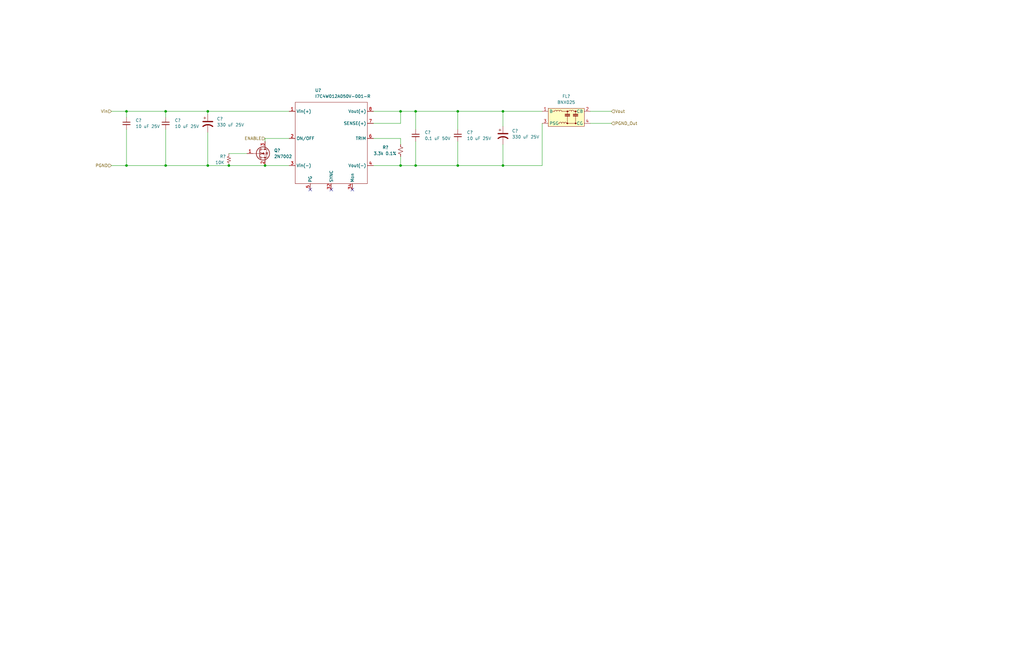
<source format=kicad_sch>
(kicad_sch (version 20211123) (generator eeschema)
  (paper "B")
  (title_block (title "Console-Controller") (date "2022-12-15") (rev "A"))
  (lib_symbols
    (symbol "Device:C_Polarized_US" (pin_numbers hide) (pin_names (offset 0.254) hide)
      (property "Reference" "C" (at 0.635 2.54 0))
      (property "Value" "C_Polarized_US" (at 0.635 -2.54 0))
      (symbol "C_Polarized_US_0_1"
        (polyline (pts (xy -2.032 0.762) (xy 2.032 0.762)) (stroke (width 0.508)))
        (polyline (pts (xy -1.778 2.286) (xy -0.762 2.286)))
        (polyline (pts (xy -1.27 1.778) (xy -1.27 2.794)))
        (arc (start 2.032 -1.27) (mid 0 -0.5572) (end -2.032 -1.27) (stroke (width 0.508)))
      )
      (symbol "C_Polarized_US_1_1"
        (pin passive line (at 0 3.81 270) (length 2.794) (name "~") (number "1"))
        (pin passive line (at 0 -3.81 90) (length 3.302) (name "~") (number "2"))
      )
    )
    (symbol "Device:C_Small" (pin_numbers hide) (pin_names (offset 0.254) hide)
      (property "Reference" "C" (at 0.254 1.778 0))
      (property "Value" "C_Small" (at 0.254 -2.032 0))
      (symbol "C_Small_0_1"
        (polyline (pts (xy -1.524 -0.508) (xy 1.524 -0.508)) (stroke (width 0.3302)))
        (polyline (pts (xy -1.524 0.508) (xy 1.524 0.508)) (stroke (width 0.3048)))
      )
      (symbol "C_Small_1_1"
        (pin passive line (at 0 2.54 270) (length 2.032) (name "~") (number "1"))
        (pin passive line (at 0 -2.54 90) (length 2.032) (name "~") (number "2"))
      )
    )
    (symbol "Device:R_Small_US" (pin_numbers hide) (pin_names (offset 0.254) hide)
      (property "Reference" "R" (at 0.762 0.508 0))
      (property "Value" "R_Small_US" (at 0.762 -1.016 0))
      (symbol "R_Small_US_1_1"
        (polyline (pts (xy 0 0) (xy 1.016 -0.381) (xy 0 -0.762) (xy -1.016 -1.143) (xy 0 -1.524)))
        (polyline (pts (xy 0 1.524) (xy 1.016 1.143) (xy 0 0.762) (xy -1.016 0.381) (xy 0 0)))
        (pin passive line (at 0 2.54 270) (length 1.016) (name "~") (number "1"))
        (pin passive line (at 0 -2.54 90) (length 1.016) (name "~") (number "2"))
      )
    )
    (symbol "Dual-Mag-Camera-Control-rescue:Resistor_small-SPC-Control-rescue-DeathStar-rescue-BUMP-Control-rescue" (pin_numbers hide) (pin_names (offset 0))
      (property "Reference" "R" (at 2.032 0 90))
      (property "Value" "Resistor_small-SPC-Control-rescue-DeathStar-rescue-BUMP-Control-rescue" (at -2.032 0.254 90))
      (symbol "Resistor_small-SPC-Control-rescue-DeathStar-rescue-BUMP-Control-rescue_0_1"
        (polyline (pts (xy 0 1.27) (xy -0.762 1.016) (xy 0.762 0.508) (xy -0.762 0) (xy 0.762 -0.508) (xy -0.762 -1.016) (xy 0 -1.27)))
      )
      (symbol "Resistor_small-SPC-Control-rescue-DeathStar-rescue-BUMP-Control-rescue_1_1"
        (pin passive line (at 0 2.54 270) (length 1.27) (name "~") (number "1"))
        (pin passive line (at 0 -2.54 90) (length 1.27) (name "~") (number "2"))
      )
    )
    (symbol "Filter:BNX025"
      (property "Reference" "FL" (at -6.35 5.08 0))
      (property "Value" "BNX025" (at 7.62 5.08 0))
      (symbol "BNX025_0_1"
        (rectangle (start -7.62 3.81) (end 7.62 -3.81) (fill (type background)))
        (arc (start -1.905 -2.54) (mid -2.413 -2.032) (end -2.921 -2.54))
        (arc (start -0.889 -2.54) (mid -1.397 -2.032) (end -1.905 -2.54))
        (rectangle (start -0.508 0.508) (end 1.524 0.762) (fill (type outline)))
        (polyline (pts (xy -4.953 2.54) (xy -5.715 2.54)))
        (polyline (pts (xy -3.302 -2.54) (xy -2.921 -2.54)))
        (polyline (pts (xy 0.127 -2.54) (xy 0.508 -2.54)))
        (polyline (pts (xy 0.381 2.54) (xy -1.905 2.54)))
        (polyline (pts (xy 0.508 -2.54) (xy 0.508 0.508)))
        (polyline (pts (xy 0.508 2.54) (xy 0.508 1.27)))
        (polyline (pts (xy 1.143 2.54) (xy 0.508 2.54)))
        (polyline (pts (xy 3.175 2.54) (xy 3.937 2.54)))
        (polyline (pts (xy 3.937 -2.54) (xy 0.508 -2.54)))
        (polyline (pts (xy 3.937 -2.54) (xy 3.937 0.508)))
        (polyline (pts (xy 3.937 -2.54) (xy 4.445 -2.54)))
        (polyline (pts (xy 3.937 2.54) (xy 3.937 1.27)))
        (polyline (pts (xy 3.937 2.54) (xy 4.445 2.54)))
        (arc (start 0.127 -2.54) (mid -0.381 -2.032) (end -0.889 -2.54))
        (circle (center 0.508 2.54) (radius 0.254) (fill (type outline)))
        (rectangle (start 1.524 1.143) (end -0.508 1.397) (fill (type outline)))
        (arc (start 2.159 2.54) (mid 1.651 3.048) (end 1.143 2.54))
        (arc (start 3.175 2.54) (mid 2.667 3.048) (end 2.159 2.54))
      )
      (symbol "BNX025_1_1"
        (arc (start -3.937 2.54) (mid -4.445 3.048) (end -4.953 2.54))
        (arc (start -2.921 2.54) (mid -3.429 3.048) (end -3.937 2.54))
        (arc (start -1.905 2.54) (mid -2.413 3.048) (end -2.921 2.54))
        (circle (center 0.508 -2.54) (radius 0.254) (fill (type outline)))
        (rectangle (start 2.921 0.508) (end 4.953 0.762) (fill (type outline)))
        (circle (center 3.937 -2.54) (radius 0.254) (fill (type outline)))
        (circle (center 3.937 2.54) (radius 0.254) (fill (type outline)))
        (rectangle (start 4.953 1.143) (end 2.921 1.397) (fill (type outline)))
        (pin passive line (at -10.16 2.54 0) (length 2.54) (name "B") (number "1"))
        (pin passive line (at 10.16 2.54 180) (length 2.54) (name "CB") (number "2"))
        (pin passive line (at -10.16 -2.54 0) (length 2.54) (name "PSG") (number "3"))
        (pin passive line (at 10.16 -2.54 180) (length 2.54) (name "CG") (number "4"))
      )
    )
    (symbol "ProjectDevices:I7C4W012A050V-001-R"
      (property "Reference" "U" (at 0 0 0))
      (property "Value" "I7C4W012A050V-001-R" (at 0 17.78 0))
      (symbol "I7C4W012A050V-001-R_0_1"
        (rectangle (start -15.24 15.24) (end 15.24 -19.05))
      )
      (symbol "I7C4W012A050V-001-R_1_1"
        (pin input line (at -17.78 11.43 0) (length 2.54) (name "Vin(+)") (number "1"))
        (pin input line (at -17.78 0 0) (length 2.54) (name "ON/OFF") (number "2"))
        (pin input line (at -17.78 -11.43 0) (length 2.54) (name "Vin(-)") (number "3"))
        (pin input line (at 0 -21.59 90) (length 2.54) (name "SYNC") (number "32"))
        (pin input line (at 8.89 -21.59 90) (length 2.54) (name "Mon") (number "34"))
        (pin input line (at 17.78 -11.43 180) (length 2.54) (name "Vout(-)") (number "4"))
        (pin input line (at -8.89 -21.59 90) (length 2.54) (name "PG") (number "5"))
        (pin input line (at 17.78 0 180) (length 2.54) (name "TRIM") (number "6"))
        (pin input line (at 17.78 6.35 180) (length 2.54) (name "SENSE(+)") (number "7"))
        (pin input line (at 17.78 11.43 180) (length 2.54) (name "Vout(+)") (number "8"))
      )
    )
    (symbol "Transistor_FET:2N7002" (pin_names hide)
      (property "Reference" "Q" (at 5.08 1.905 0))
      (property "Value" "2N7002" (at 5.08 0 0))
      (symbol "2N7002_0_1"
        (polyline (pts (xy 0.254 0) (xy -2.54 0)))
        (polyline (pts (xy 0.254 1.905) (xy 0.254 -1.905)) (stroke (width 0.254)))
        (polyline (pts (xy 0.762 -1.27) (xy 0.762 -2.286)) (stroke (width 0.254)))
        (polyline (pts (xy 0.762 0.508) (xy 0.762 -0.508)) (stroke (width 0.254)))
        (polyline (pts (xy 0.762 2.286) (xy 0.762 1.27)) (stroke (width 0.254)))
        (polyline (pts (xy 2.54 2.54) (xy 2.54 1.778)))
        (polyline (pts (xy 2.54 -2.54) (xy 2.54 0) (xy 0.762 0)))
        (polyline (pts (xy 0.762 -1.778) (xy 3.302 -1.778) (xy 3.302 1.778) (xy 0.762 1.778)))
        (polyline (pts (xy 1.016 0) (xy 2.032 0.381) (xy 2.032 -0.381) (xy 1.016 0)) (fill (type outline)))
        (polyline (pts (xy 2.794 0.508) (xy 2.921 0.381) (xy 3.683 0.381) (xy 3.81 0.254)))
        (polyline (pts (xy 3.302 0.381) (xy 2.921 -0.254) (xy 3.683 -0.254) (xy 3.302 0.381)))
        (circle (center 1.651 0) (radius 2.794) (stroke (width 0.254)))
        (circle (center 2.54 -1.778) (radius 0.254) (fill (type outline)))
        (circle (center 2.54 1.778) (radius 0.254) (fill (type outline)))
      )
      (symbol "2N7002_1_1"
        (pin input line (at -5.08 0 0) (length 2.54) (name "G") (number "1"))
        (pin passive line (at 2.54 -5.08 90) (length 2.54) (name "S") (number "2"))
        (pin passive line (at 2.54 5.08 270) (length 2.54) (name "D") (number "3"))
      )
    )
  )
  (junction (at 193.04 46.99))
  (junction (at 87.63 69.85))
  (junction (at 168.91 69.85))
  (junction (at 69.85 69.85))
  (junction (at 69.85 46.99))
  (junction (at 212.09 69.85))
  (junction (at 212.09 46.99))
  (junction (at 168.91 46.99))
  (junction (at 193.04 69.85))
  (junction (at 96.52 69.85))
  (junction (at 53.34 69.85))
  (junction (at 175.26 46.99))
  (junction (at 111.76 69.85))
  (junction (at 175.26 69.85))
  (junction (at 53.34 46.99))
  (junction (at 87.63 46.99))
  (no_connect (at 148.59 80.01))
  (no_connect (at 130.81 80.01))
  (no_connect (at 139.7 80.01))
  (wire (pts (xy 46.99 69.85) (xy 53.34 69.85)))
  (wire (pts (xy 212.09 60.96) (xy 212.09 69.85)))
  (wire (pts (xy 168.91 52.07) (xy 168.91 46.99)))
  (wire (pts (xy 53.34 46.99) (xy 69.85 46.99)))
  (wire (pts (xy 175.26 46.99) (xy 175.26 54.61)))
  (wire (pts (xy 168.91 69.85) (xy 168.91 66.04)))
  (wire (pts (xy 175.26 69.85) (xy 168.91 69.85)))
  (wire (pts (xy 228.6 69.85) (xy 212.09 69.85)))
  (wire (pts (xy 157.48 52.07) (xy 168.91 52.07)))
  (wire (pts (xy 69.85 46.99) (xy 87.63 46.99)))
  (wire (pts (xy 175.26 59.69) (xy 175.26 69.85)))
  (wire (pts (xy 157.48 46.99) (xy 168.91 46.99)))
  (wire (pts (xy 69.85 54.61) (xy 69.85 69.85)))
  (wire (pts (xy 111.76 58.42) (xy 111.76 59.69)))
  (wire (pts (xy 53.34 69.85) (xy 69.85 69.85)))
  (wire (pts (xy 193.04 46.99) (xy 193.04 54.61)))
  (wire (pts (xy 87.63 55.88) (xy 87.63 69.85)))
  (wire (pts (xy 87.63 46.99) (xy 87.63 48.26)))
  (wire (pts (xy 248.92 46.99) (xy 257.81 46.99)))
  (wire (pts (xy 96.52 64.77) (xy 104.14 64.77)))
  (wire (pts (xy 96.52 69.85) (xy 111.76 69.85)))
  (wire (pts (xy 193.04 59.69) (xy 193.04 69.85)))
  (wire (pts (xy 87.63 46.99) (xy 121.92 46.99)))
  (wire (pts (xy 157.48 69.85) (xy 168.91 69.85)))
  (wire (pts (xy 111.76 69.85) (xy 121.92 69.85)))
  (wire (pts (xy 212.09 46.99) (xy 212.09 53.34)))
  (wire (pts (xy 157.48 58.42) (xy 168.91 58.42)))
  (wire (pts (xy 69.85 46.99) (xy 69.85 49.53)))
  (wire (pts (xy 193.04 69.85) (xy 212.09 69.85)))
  (wire (pts (xy 193.04 46.99) (xy 212.09 46.99)))
  (wire (pts (xy 248.92 52.07) (xy 257.81 52.07)))
  (wire (pts (xy 168.91 58.42) (xy 168.91 60.96)))
  (wire (pts (xy 46.99 46.99) (xy 53.34 46.99)))
  (wire (pts (xy 69.85 69.85) (xy 87.63 69.85)))
  (wire (pts (xy 121.92 58.42) (xy 111.76 58.42)))
  (wire (pts (xy 175.26 46.99) (xy 193.04 46.99)))
  (wire (pts (xy 53.34 46.99) (xy 53.34 49.53)))
  (wire (pts (xy 193.04 69.85) (xy 175.26 69.85)))
  (wire (pts (xy 168.91 46.99) (xy 175.26 46.99)))
  (wire (pts (xy 53.34 54.61) (xy 53.34 69.85)))
  (wire (pts (xy 87.63 69.85) (xy 96.52 69.85)))
  (wire (pts (xy 228.6 52.07) (xy 228.6 69.85)))
  (wire (pts (xy 212.09 46.99) (xy 228.6 46.99)))
  (hierarchical_label "PGND_Out" (shape input) (at 257.81 52.07 0))
  (hierarchical_label "Vout" (shape input) (at 257.81 46.99 0))
  (hierarchical_label "PGND" (shape input) (at 46.99 69.85 180))
  (hierarchical_label "ENABLE" (shape input) (at 111.76 58.42 180))
  (hierarchical_label "Vin" (shape input) (at 46.99 46.99 180))
  (symbol (lib_id "Device:C_Polarized_US") (at 212.09 57.15 0)
    (property "Reference" "C?" (at 215.9 55.2449 0) (effects (justify left)))
    (property "Value" "330 uF 25V" (at 215.9 57.7849 0) (effects (justify left)))
    (property "Footprint" "Capacitor_SMD:CP_Elec_8x10" (effects hide))
    (property "Datasheet" "https://products.nichicon.co.jp/en/pdf/XJA043/e-uwt.pdf" (effects hide))
    (property "Part Number" "493-2193-1-ND " (effects hide))
    (property "Supplier" "Digikey" (effects hide))
    (property "Link" "https://www.digikey.com/en/products/detail/nichicon/UWT1E331MNL1GS/589934" (effects hide))
  )
  (symbol (lib_id "Device:C_Small") (at 69.85 52.07 0)
    (property "Reference" "C?" (at 73.66 50.8 0) (effects (justify left)))
    (property "Value" "10 uF 25V" (at 73.66 53.34 0) (effects (justify left)))
    (property "Footprint" "Capacitor_SMD:C_0805_2012Metric" (effects hide))
    (property "Datasheet" "https://api.kemet.com/component-https://product.tdk.com/system/files/dam/doc/product/capacitor/ceramic/mlcc/catalog/mlcc_commercial_general_en.pdf" (effects hide))
    (property "Part Number" "445-14387-1-ND" (effects hide))
    (property "Supplier" "Digikey" (effects hide))
    (property "Link" "https://www.digikey.com/en/products/detail/tdk-corporation/C2012X5R1E106K085AC/3951623" (effects hide))
  )
  (symbol (lib_id "Transistor_FET:2N7002") (at 109.22 64.77 0)
    (property "Reference" "Q?" (at 115.57 63.4999 0) (effects (justify left)))
    (property "Value" "2N7002" (at 115.57 66.0399 0) (effects (justify left)))
    (property "Footprint" "Package_TO_SOT_SMD:SOT-23" (effects hide))
    (property "Datasheet" "https://www.onsemi.com/pub/Collateral/NDS7002A-D.PDF" (effects hide))
  )
  (symbol (lib_id "Device:R_Small_US") (at 168.91 63.5 0)
    (property "Reference" "R?" (at 161.29 62.23 0) (effects (justify left)))
    (property "Value" "3.3k 0.1%" (at 157.48 64.77 0) (effects (justify left)))
    (property "Footprint" "Resistor_SMD:R_0805_2012Metric" (effects hide))
    (property "Datasheet" "https://industrial.panasonic.com/cdbs/www-data/pdf/RDM0000/AOA0000C328.pdf" (effects hide))
    (property "Part Number" "P20651CT-ND" (effects hide))
    (property "Supplier" "Digikey" (effects hide))
    (property "Link" "https://www.digikey.com/en/products/detail/panasonic-electronic-components/ERJ-PB6B3301V/6213434" (effects hide))
  )
  (symbol (lib_id "Device:C_Small") (at 53.34 52.07 0)
    (property "Reference" "C?" (at 57.15 50.8 0) (effects (justify left)))
    (property "Value" "10 uF 25V" (at 57.15 53.34 0) (effects (justify left)))
    (property "Footprint" "Capacitor_SMD:C_0805_2012Metric" (effects hide))
    (property "Datasheet" "https://api.kemet.com/component-https://product.tdk.com/system/files/dam/doc/product/capacitor/ceramic/mlcc/catalog/mlcc_commercial_general_en.pdf" (effects hide))
    (property "Part Number" "445-14387-1-ND" (effects hide))
    (property "Supplier" "Digikey" (effects hide))
    (property "Link" "https://www.digikey.com/en/products/detail/tdk-corporation/C2012X5R1E106K085AC/3951623" (effects hide))
  )
  (symbol (lib_id "ProjectDevices:I7C4W012A050V-001-R") (at 139.7 58.42 0)
    (property "Reference" "U?" (at 132.8294 38.1 0) (effects (justify left)))
    (property "Value" "I7C4W012A050V-001-R" (at 132.8294 40.64 0) (effects (justify left)))
  )
  (symbol (lib_id "Device:C_Small") (at 175.26 57.15 0)
    (property "Reference" "C?" (at 179.07 55.88 0) (effects (justify left)))
    (property "Value" "0.1 uF 50V" (at 179.07 58.42 0) (effects (justify left)))
    (property "Footprint" "Capacitor_SMD:C_0603_1608Metric_Pad1.05x0.95mm_HandSolder" (effects hide))
    (property "Datasheet" "https://api.kemet.com/component-edge/download/datasheet/C0603C104M5RACTU.pdf" (effects hide))
    (property "Part Number" "C0603C104M5RACTU" (effects hide))
    (property "Supplier" "Digikey" (effects hide))
    (property "Link" "https://www.digikey.com/product-detail/en/kemet/C0603C104M5RACTU/399-7845-1-ND/3471568" (effects hide))
  )
  (symbol (lib_id "Device:C_Polarized_US") (at 87.63 52.07 0)
    (property "Reference" "C?" (at 91.44 50.1649 0) (effects (justify left)))
    (property "Value" "330 uF 25V" (at 91.44 52.7049 0) (effects (justify left)))
    (property "Footprint" "Capacitor_SMD:CP_Elec_8x10" (effects hide))
    (property "Datasheet" "https://products.nichicon.co.jp/en/pdf/XJA043/e-uwt.pdf" (effects hide))
    (property "Part Number" "493-2193-1-ND " (effects hide))
    (property "Supplier" "Digikey" (effects hide))
    (property "Link" "https://www.digikey.com/en/products/detail/nichicon/UWT1E331MNL1GS/589934" (effects hide))
  )
  (symbol (lib_id "Device:C_Small") (at 193.04 57.15 0)
    (property "Reference" "C?" (at 196.85 55.88 0) (effects (justify left)))
    (property "Value" "10 uF 25V" (at 196.85 58.42 0) (effects (justify left)))
    (property "Footprint" "Capacitor_SMD:C_0805_2012Metric" (effects hide))
    (property "Datasheet" "https://api.kemet.com/component-https://product.tdk.com/system/files/dam/doc/product/capacitor/ceramic/mlcc/catalog/mlcc_commercial_general_en.pdf" (effects hide))
    (property "Part Number" "445-14387-1-ND" (effects hide))
    (property "Supplier" "Digikey" (effects hide))
    (property "Link" "https://www.digikey.com/en/products/detail/tdk-corporation/C2012X5R1E106K085AC/3951623" (effects hide))
  )
  (symbol (lib_id "Dual-Mag-Camera-Control-rescue:Resistor_small-SPC-Control-rescue-DeathStar-rescue-BUMP-Control-rescue") (at 96.52 67.31 0)
    (property "Reference" "R?" (at 93.98 66.04 0))
    (property "Value" "10K" (at 92.71 68.58 0))
    (property "Footprint" "Resistor_SMD:R_0603_1608Metric_Pad1.05x0.95mm_HandSolder" (effects hide))
    (property "Datasheet" "http://www.vishay.com/docs/28705/mcx0x0xpro.pdf" (effects hide))
    (property "Part Number" "MCT0603-10.0K-CFCT-ND" (effects hide))
    (property "Supplier" "Digikey" (effects hide))
    (property "Link" "https://www.digikey.com/product-detail/en/vishay-beyschlag/MCT06030C1002FP500/MCT0603-10.0K-CFCT-ND/2607933" (effects hide))
  )
  (symbol (lib_id "Filter:BNX025") (at 238.76 49.53 0)
    (property "Reference" "FL?" (at 238.76 40.64 0))
    (property "Value" "BNX025" (at 238.76 43.18 0))
    (property "Footprint" "Filter:Filter_Murata_BNX025" (effects hide))
    (property "Datasheet" "https://www.murata.com/en-us/products/productdetail.aspx?cate=luNoiseSupprFilteBlockType&partno=BNX025H01%23" (effects hide))
  )
)
</source>
